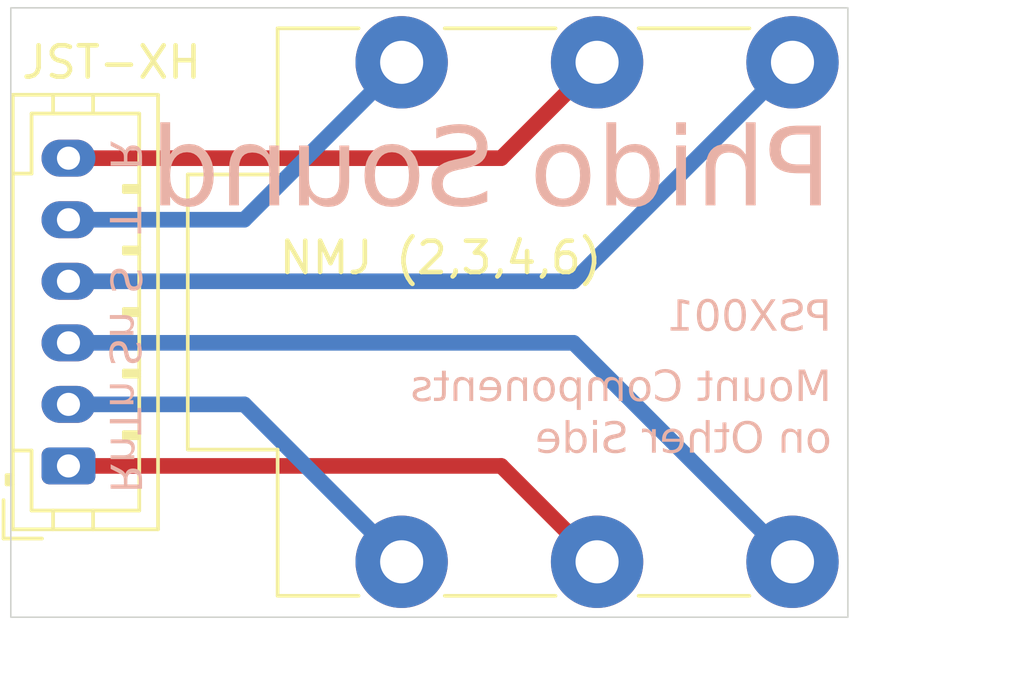
<source format=kicad_pcb>
(kicad_pcb (version 20241229) (generator "pcbnew") (generator_version "9.0")
  (layers (0 "F.Cu" signal) (2 "B.Cu" signal) (13 "F.Paste" user) (15 "B.Paste" user) (5 "F.SilkS" user "F.Silkscreen") (7 "B.SilkS" user "B.Silkscreen") (1 "F.Mask" user) (3 "B.Mask" user) (25 "Edge.Cuts" user))
  (net 0 "")
  (net 1 "Net-(J1-Pin_4)")
  (net 2 "Net-(J1-Pin_6)")
  (net 3 "Net-(J1-Pin_2)")
  (net 4 "Net-(J1-Pin_1)")
  (net 5 "Net-(J1-Pin_5)")
  (net 6 "Net-(J1-Pin_3)")
  (footprint "Connector_Audio:Jack_6.35mm_Neutrik_NMJ6HCD2_Horizontal" (layer "F.Cu") (at 133.35 64.77)
    (property "Reference" "NMJ (2,3,4,6)" (at 1.27 6.35 0) (layer "F.SilkS") (effects (font (size 1.016 1.016))))
    (property "Value" "NMJ6HCD2")
    (fp_line (start -6.95 3.645) (end -4.03 3.645) (stroke (width 0.12)) (layer "F.SilkS"))
    (fp_line (start -6.95 12.545) (end -6.95 3.645) (stroke (width 0.12)) (layer "F.SilkS"))
    (fp_line (start -6.95 12.585) (end -4.03 12.585) (stroke (width 0.12)) (layer "F.SilkS"))
    (fp_line (start -4.03 -1.105) (end -1.4 -1.105) (stroke (width 0.12)) (layer "F.SilkS"))
    (fp_line (start -4.03 3.645) (end -4.03 -1.105) (stroke (width 0.12)) (layer "F.SilkS"))
    (fp_line (start -4.03 17.335) (end -4.03 12.585) (stroke (width 0.12)) (layer "F.SilkS"))
    (fp_line (start -1.4 17.335) (end -4.03 17.335) (stroke (width 0.12)) (layer "F.SilkS"))
    (fp_line (start 1.4 -1.105) (end 5 -1.105) (stroke (width 0.12)) (layer "F.SilkS"))
    (fp_line (start 5 17.335) (end 1.4 17.335) (stroke (width 0.12)) (layer "F.SilkS"))
    (fp_line (start 7.7 -1.105) (end 11.3 -1.105) (stroke (width 0.12)) (layer "F.SilkS"))
    (fp_line (start 11.3 17.335) (end 7.7 17.335) (stroke (width 0.12)) (layer "F.SilkS"))
    (pad "R" thru_hole circle (at 6.35 0) (size 3 3) (drill 1.4) (layers "*.Cu" "*.Mask") (net 2 "Net-(J1-Pin_6)"))
    (pad "RN" thru_hole circle (at 6.35 16.23) (size 3 3) (drill 1.4) (layers "*.Cu" "*.Mask") (net 4 "Net-(J1-Pin_1)"))
    (pad "S" thru_hole circle (at 12.7 0) (size 3 3) (drill 1.4) (layers "*.Cu" "*.Mask") (net 1 "Net-(J1-Pin_4)"))
    (pad "SN" thru_hole circle (at 12.7 16.23) (size 3 3) (drill 1.4) (layers "*.Cu" "*.Mask") (net 6 "Net-(J1-Pin_3)"))
    (pad "T" thru_hole circle (at 0 0) (size 3 3) (drill 1.4) (layers "*.Cu" "*.Mask") (net 5 "Net-(J1-Pin_5)"))
    (pad "TN" thru_hole circle (at 0 16.23) (size 3 3) (drill 1.4) (layers "*.Cu" "*.Mask") (net 3 "Net-(J1-Pin_2)"))
  )
  (footprint "Connector_JST:JST_PH_B6B-PH-K_1x06_P2.00mm_Vertical" (layer "F.Cu") (at 122.523506 77.885 90)
    (property "Reference" "JST-XH" (at 13.115 1.400057 180) (layer "F.SilkS") (effects (font (size 1.016 1.016))))
    (property "Value" "Conn_01x06_Socket")
    (fp_line (start -1.11 -2.11) (end -2.36 -2.11) (stroke (width 0.12)) (layer "F.SilkS"))
    (fp_line (start -2.36 -2.11) (end -2.36 -0.86) (stroke (width 0.12)) (layer "F.SilkS"))
    (fp_line (start -0.3 -2.01) (end -0.6 -2.01) (stroke (width 0.12)) (layer "F.SilkS"))
    (fp_line (start -0.6 -2.01) (end -0.6 -1.81) (stroke (width 0.12)) (layer "F.SilkS"))
    (fp_line (start -0.3 -1.91) (end -0.6 -1.91) (stroke (width 0.12)) (layer "F.SilkS"))
    (fp_line (start 12.06 -1.81) (end -2.06 -1.81) (stroke (width 0.12)) (layer "F.SilkS"))
    (fp_line (start 0.5 -1.81) (end 0.5 -1.2) (stroke (width 0.12)) (layer "F.SilkS"))
    (fp_line (start -0.3 -1.81) (end -0.3 -2.01) (stroke (width 0.12)) (layer "F.SilkS"))
    (fp_line (start -2.06 -1.81) (end -2.06 2.91) (stroke (width 0.12)) (layer "F.SilkS"))
    (fp_line (start 11.45 -1.2) (end 9.5 -1.2) (stroke (width 0.12)) (layer "F.SilkS"))
    (fp_line (start 9.5 -1.2) (end 9.5 -1.81) (stroke (width 0.12)) (layer "F.SilkS"))
    (fp_line (start 0.5 -1.2) (end -1.45 -1.2) (stroke (width 0.12)) (layer "F.SilkS"))
    (fp_line (start -1.45 -1.2) (end -1.45 2.3) (stroke (width 0.12)) (layer "F.SilkS"))
    (fp_line (start 12.06 -0.5) (end 11.45 -0.5) (stroke (width 0.12)) (layer "F.SilkS"))
    (fp_line (start -2.06 -0.5) (end -1.45 -0.5) (stroke (width 0.12)) (layer "F.SilkS"))
    (fp_line (start 12.06 0.8) (end 11.45 0.8) (stroke (width 0.12)) (layer "F.SilkS"))
    (fp_line (start -2.06 0.8) (end -1.45 0.8) (stroke (width 0.12)) (layer "F.SilkS"))
    (fp_line (start 9.1 1.8) (end 9.1 2.3) (stroke (width 0.12)) (layer "F.SilkS"))
    (fp_line (start 8.9 1.8) (end 9.1 1.8) (stroke (width 0.12)) (layer "F.SilkS"))
    (fp_line (start 7.1 1.8) (end 7.1 2.3) (stroke (width 0.12)) (layer "F.SilkS"))
    (fp_line (start 6.9 1.8) (end 7.1 1.8) (stroke (width 0.12)) (layer "F.SilkS"))
    (fp_line (start 5.1 1.8) (end 5.1 2.3) (stroke (width 0.12)) (layer "F.SilkS"))
    (fp_line (start 4.9 1.8) (end 5.1 1.8) (stroke (width 0.12)) (layer "F.SilkS"))
    (fp_line (start 3.1 1.8) (end 3.1 2.3) (stroke (width 0.12)) (layer "F.SilkS"))
    (fp_line (start 2.9 1.8) (end 3.1 1.8) (stroke (width 0.12)) (layer "F.SilkS"))
    (fp_line (start 1.1 1.8) (end 1.1 2.3) (stroke (width 0.12)) (layer "F.SilkS"))
    (fp_line (start 0.9 1.8) (end 1.1 1.8) (stroke (width 0.12)) (layer "F.SilkS"))
    (fp_line (start 11.45 2.3) (end 11.45 -1.2) (stroke (width 0.12)) (layer "F.SilkS"))
    (fp_line (start 9 2.3) (end 9 1.8) (stroke (width 0.12)) (layer "F.SilkS"))
    (fp_line (start 8.9 2.3) (end 8.9 1.8) (stroke (width 0.12)) (layer "F.SilkS"))
    (fp_line (start 7 2.3) (end 7 1.8) (stroke (width 0.12)) (layer "F.SilkS"))
    (fp_line (start 6.9 2.3) (end 6.9 1.8) (stroke (width 0.12)) (layer "F.SilkS"))
    (fp_line (start 5 2.3) (end 5 1.8) (stroke (width 0.12)) (layer "F.SilkS"))
    (fp_line (start 4.9 2.3) (end 4.9 1.8) (stroke (width 0.12)) (layer "F.SilkS"))
    (fp_line (start 3 2.3) (end 3 1.8) (stroke (width 0.12)) (layer "F.SilkS"))
    (fp_line (start 2.9 2.3) (end 2.9 1.8) (stroke (width 0.12)) (layer "F.SilkS"))
    (fp_line (start 1 2.3) (end 1 1.8) (stroke (width 0.12)) (layer "F.SilkS"))
    (fp_line (start 0.9 2.3) (end 0.9 1.8) (stroke (width 0.12)) (layer "F.SilkS"))
    (fp_line (start -1.45 2.3) (end 11.45 2.3) (stroke (width 0.12)) (layer "F.SilkS"))
    (fp_line (start 12.06 2.91) (end 12.06 -1.81) (stroke (width 0.12)) (layer "F.SilkS"))
    (fp_line (start -2.06 2.91) (end 12.06 2.91) (stroke (width 0.12)) (layer "F.SilkS"))
    (pad "1" thru_hole roundrect (at 0 0 90) (size 1.2 1.75) (drill 0.75) (layers "*.Cu" "*.Mask") (roundrect_rratio 0.208333) (net 4 "Net-(J1-Pin_1)"))
    (pad "2" thru_hole oval (at 2 0 90) (size 1.2 1.75) (drill 0.75) (layers "*.Cu" "*.Mask") (net 3 "Net-(J1-Pin_2)"))
    (pad "3" thru_hole oval (at 4 0 90) (size 1.2 1.75) (drill 0.75) (layers "*.Cu" "*.Mask") (net 6 "Net-(J1-Pin_3)"))
    (pad "4" thru_hole oval (at 6 0 90) (size 1.2 1.75) (drill 0.75) (layers "*.Cu" "*.Mask") (net 1 "Net-(J1-Pin_4)"))
    (pad "5" thru_hole oval (at 8 0 90) (size 1.2 1.75) (drill 0.75) (layers "*.Cu" "*.Mask") (net 5 "Net-(J1-Pin_5)"))
    (pad "6" thru_hole oval (at 10 0 90) (size 1.2 1.75) (drill 0.75) (layers "*.Cu" "*.Mask") (net 2 "Net-(J1-Pin_6)"))
  )
  (gr_rect (start 120.65 63) (end 147.85 82.8) (stroke (width 0.05)) (fill no) (layer "Edge.Cuts"))
  (gr_text "Tn" (at 123.697775 76.859679 270) (layer "B.SilkS") (effects (font (size 1 1) (thickness 0.1)) (justify left bottom mirror)))
  (gr_text "Mount Components\non Other Side" (at 147.32 76.2 0) (layer "B.SilkS") (effects (font (size 1 1)) (justify left mirror)))
  (gr_text "S" (at 123.724221 72.28451 270) (layer "B.SilkS") (effects (font (size 1 1) (thickness 0.1)) (justify left bottom mirror)))
  (gr_text "T" (at 123.697775 70.327501 270) (layer "B.SilkS") (effects (font (size 1 1) (thickness 0.1)) (justify left bottom mirror)))
  (gr_text "R" (at 123.724221 68.264708 270) (layer "B.SilkS") (effects (font (size 1 1) (thickness 0.1)) (justify left bottom mirror)))
  (gr_text "Phido Sound" (at 147.32 69.85 0) (layer "B.SilkS") (effects (font (size 2.54 2.54)) (justify left bottom mirror)))
  (gr_text "PSX001" (at 147.32 73.66 0) (layer "B.SilkS") (effects (font (size 1 1) (thickness 0.1)) (justify left bottom mirror)))
  (gr_text "Sn" (at 123.697775 74.638209 270) (layer "B.SilkS") (effects (font (size 1 1) (thickness 0.1)) (justify left bottom mirror)))
  (gr_text "Rn" (at 123.724221 78.763795 270) (layer "B.SilkS") (effects (font (size 1 1) (thickness 0.1)) (justify left bottom mirror)))
  (segment (start 138.935 71.885) (end 122.523506 71.885) (width 0.508) (layer "B.Cu") (net 1))
  (segment (start 146.05 64.77) (end 138.935 71.885) (width 0.508) (layer "B.Cu") (net 1))
  (segment (start 136.585 67.885) (end 122.523506 67.885) (width 0.508) (layer "F.Cu") (net 2))
  (segment (start 139.7 64.77) (end 136.585 67.885) (width 0.508) (layer "F.Cu") (net 2))
  (segment (start 128.235 75.885) (end 122.523506 75.885) (width 0.508) (layer "B.Cu") (net 3))
  (segment (start 133.35 81) (end 128.235 75.885) (width 0.508) (layer "B.Cu") (net 3))
  (segment (start 136.585 77.885) (end 122.523506 77.885) (width 0.508) (layer "F.Cu") (net 4))
  (segment (start 139.7 81) (end 136.585 77.885) (width 0.508) (layer "F.Cu") (net 4))
  (segment (start 128.235 69.885) (end 122.523506 69.885) (width 0.508) (layer "B.Cu") (net 5))
  (segment (start 133.35 64.77) (end 128.235 69.885) (width 0.508) (layer "B.Cu") (net 5))
  (segment (start 138.935 73.885) (end 122.523506 73.885) (width 0.508) (layer "B.Cu") (net 6))
  (segment (start 146.05 81) (end 138.935 73.885) (width 0.508) (layer "B.Cu") (net 6))
)
</source>
